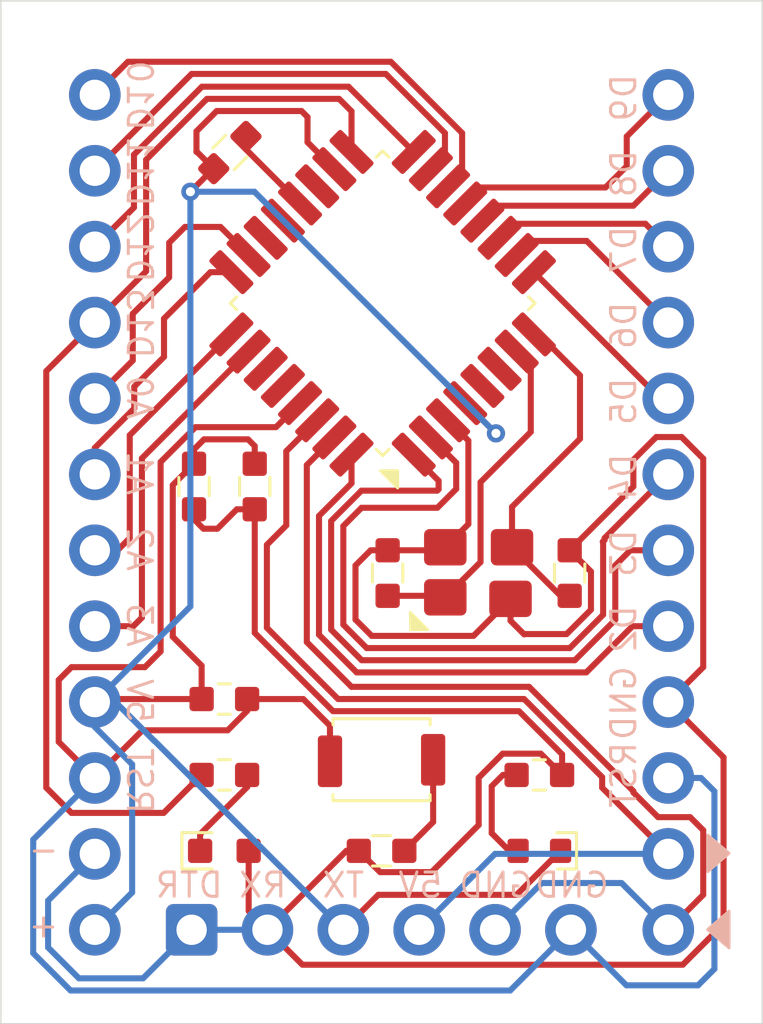
<source format=kicad_pcb>
(kicad_pcb (version 20241229) (generator "pcbnew") (generator_version "9.0")
  (layers (0 "F.Cu" signal) (2 "B.Cu" signal) (13 "F.Paste" user) (15 "B.Paste" user) (5 "F.SilkS" user "F.Silkscreen") (7 "B.SilkS" user "B.Silkscreen") (1 "F.Mask" user) (3 "B.Mask" user) (25 "Edge.Cuts" user))
  (net 0 "")
  (net 1 "GND")
  (net 2 "Net-(U1-XTAL2{slash}PB7)")
  (net 3 "Net-(U1-XTAL1{slash}PB6)")
  (net 4 "Net-(U1-AREF)")
  (net 5 "RAW")
  (net 6 "Net-(C4-Pad2)")
  (net 7 "Net-(D1-Pad1)")
  (net 8 "Net-(D2-Pad2)")
  (net 9 "D3")
  (net 10 "D6")
  (net 11 "D4")
  (net 12 "RXI")
  (net 13 "D7")
  (net 14 "D8")
  (net 15 "DTR")
  (net 16 "D9")
  (net 17 "TXO")
  (net 18 "D2")
  (net 19 "D5")
  (net 20 "MISO")
  (net 21 "MOSI")
  (net 22 "A3")
  (net 23 "SCK")
  (net 24 "D10")
  (net 25 "A1")
  (net 26 "A0")
  (net 27 "A2")
  (footprint "maburnet:J1 THT" (layer "F.Cu") (at 148.07 87)
    (property "Reference" "J1" (hide yes))
    (property "Value" "~" (hide yes))
    (fp_poly (pts (xy 1.3 10.631069) (xy 1.3 11.831069) (xy 2 11.231069)) (stroke (width 0.1)) (fill yes) (layer "B.SilkS"))
    (fp_poly (pts (xy 2 14.342048) (xy 2 13.142048) (xy 1.3 13.742048)) (stroke (width 0.1)) (fill yes) (layer "B.SilkS"))
    (fp_text user "D5" (at -1 -4.5 90) (layer "B.SilkS") (effects (font (size 0.8 0.8) (thickness 0.1)) (justify left bottom mirror)))
    (fp_text user "D3" (at -1 0.5 90) (layer "B.SilkS") (effects (font (size 0.8 0.8) (thickness 0.1)) (justify left bottom mirror)))
    (fp_text user "D8" (at -1 -12 90) (layer "B.SilkS") (effects (font (size 0.8 0.8) (thickness 0.1)) (justify left bottom mirror)))
    (fp_text user "GND" (at -1 5 90) (layer "B.SilkS") (effects (font (size 0.8 0.8) (thickness 0.1)) (justify left bottom mirror)))
    (fp_text user "D6" (at -1 -7 90) (layer "B.SilkS") (effects (font (size 0.8 0.8) (thickness 0.1)) (justify left bottom mirror)))
    (fp_text user "RST" (at -1 7.5 90) (layer "B.SilkS") (effects (font (size 0.8 0.8) (thickness 0.1)) (justify left bottom mirror)))
    (fp_text user "D2" (at -1 3 90) (layer "B.SilkS") (effects (font (size 0.8 0.8) (thickness 0.1)) (justify left bottom mirror)))
    (fp_text user "D9" (at -1 -14.5 90) (layer "B.SilkS") (effects (font (size 0.8 0.8) (thickness 0.1)) (justify left bottom mirror)))
    (fp_text user "D4" (at -1 -2 90) (layer "B.SilkS") (effects (font (size 0.8 0.8) (thickness 0.1)) (justify left bottom mirror)))
    (fp_text user "D7" (at -1 -9.5 90) (layer "B.SilkS") (effects (font (size 0.8 0.8) (thickness 0.1)) (justify left bottom mirror)))
    (pad "1" thru_hole circle (at 0 -13.75) (size 1.7 1.7) (drill 1) (layers "*.Cu" "*.Mask") (net 16 "D9"))
    (pad "2" thru_hole circle (at 0 -11.25) (size 1.7 1.7) (drill 1) (layers "*.Cu" "*.Mask") (net 14 "D8"))
    (pad "3" thru_hole circle (at 0 -8.75) (size 1.7 1.7) (drill 1) (layers "*.Cu" "*.Mask") (net 13 "D7"))
    (pad "4" thru_hole circle (at 0 -6.25) (size 1.7 1.7) (drill 1) (layers "*.Cu" "*.Mask") (net 10 "D6"))
    (pad "5" thru_hole circle (at 0 -3.75) (size 1.7 1.7) (drill 1) (layers "*.Cu" "*.Mask") (net 19 "D5"))
    (pad "6" thru_hole circle (at 0 -1.25) (size 1.7 1.7) (drill 1) (layers "*.Cu" "*.Mask") (net 11 "D4"))
    (pad "7" thru_hole circle (at 0 1.25) (size 1.7 1.7) (drill 1) (layers "*.Cu" "*.Mask") (net 9 "D3"))
    (pad "8" thru_hole circle (at 0 3.75) (size 1.7 1.7) (drill 1) (layers "*.Cu" "*.Mask") (net 18 "D2"))
    (pad "9" thru_hole circle (at 0 6.25) (size 1.7 1.7) (drill 1) (layers "*.Cu" "*.Mask") (net 1 "GND"))
    (pad "10" thru_hole circle (at 0 8.75) (size 1.7 1.7) (drill 1) (layers "*.Cu" "*.Mask") (net 15 "DTR"))
    (pad "11" thru_hole circle (at 0 11.25) (size 1.7 1.7) (drill 1) (layers "*.Cu" "*.Mask") (net 12 "RXI"))
    (pad "12" thru_hole circle (at 0 13.75) (size 1.7 1.7) (drill 1) (layers "*.Cu" "*.Mask") (net 17 "TXO"))
  )
  (footprint "maburnet:J2 THT" (layer "F.Cu") (at 129.17 87)
    (property "Reference" "J2" (hide yes))
    (property "Value" "~" (hide yes))
    (fp_text user "D10" (at 1 -12.5 270) (layer "B.SilkS") (effects (font (size 0.8 0.8) (thickness 0.1)) (justify left bottom mirror)))
    (fp_text user "D13" (at 1 -5 270) (layer "B.SilkS") (effects (font (size 0.8 0.8) (thickness 0.1)) (justify left bottom mirror)))
    (fp_text user "A0" (at 1 -3 270) (layer "B.SilkS") (effects (font (size 0.8 0.8) (thickness 0.1)) (justify left bottom mirror)))
    (fp_text user "-" (at -2.25 10.75 180) (layer "B.SilkS") (effects (font (size 0.8 0.8) (thickness 0.1)) (justify left bottom mirror)))
    (fp_text user "+" (at -2.25 13.25 180) (layer "B.SilkS") (effects (font (size 0.8 0.8) (thickness 0.1)) (justify left bottom mirror)))
    (fp_text user "A1" (at 1 -0.5 270) (layer "B.SilkS") (effects (font (size 0.8 0.8) (thickness 0.1)) (justify left bottom mirror)))
    (fp_text user "RST" (at 1 10 270) (layer "B.SilkS") (effects (font (size 0.8 0.8) (thickness 0.1)) (justify left bottom mirror)))
    (fp_text user "5V" (at 1 7 270) (layer "B.SilkS") (effects (font (size 0.8 0.8) (thickness 0.1)) (justify left bottom mirror)))
    (fp_text user "D12" (at 1 -7.5 270) (layer "B.SilkS") (effects (font (size 0.8 0.8) (thickness 0.1)) (justify left bottom mirror)))
    (fp_text user "D11" (at 1 -10 270) (layer "B.SilkS") (effects (font (size 0.8 0.8) (thickness 0.1)) (justify left bottom mirror)))
    (fp_text user "A2" (at 1 2 270) (layer "B.SilkS") (effects (font (size 0.8 0.8) (thickness 0.1)) (justify left bottom mirror)))
    (pad "1" thru_hole circle (at 0 13.75) (size 1.7 1.7) (drill 1) (layers "*.Cu" "*.Mask") (net 5 "RAW"))
    (pad "2" thru_hole circle (at 0 11.25) (size 1.7 1.7) (drill 1) (layers "*.Cu" "*.Mask") (net 1 "GND"))
    (pad "3" thru_hole circle (at 0 8.75) (size 1.7 1.7) (drill 1) (layers "*.Cu" "*.Mask") (net 15 "DTR"))
    (pad "4" thru_hole circle (at 0 6.25) (size 1.7 1.7) (drill 1) (layers "*.Cu" "*.Mask") (net 5 "RAW"))
    (pad "5" thru_hole circle (at 0 3.75) (size 1.7 1.7) (drill 1) (layers "*.Cu" "*.Mask") (net 22 "A3"))
    (pad "6" thru_hole circle (at 0 1.25) (size 1.7 1.7) (drill 1) (layers "*.Cu" "*.Mask") (net 27 "A2"))
    (pad "7" thru_hole circle (at 0 -1.25) (size 1.7 1.7) (drill 1) (layers "*.Cu" "*.Mask") (net 25 "A1"))
    (pad "8" thru_hole circle (at 0 -3.75) (size 1.7 1.7) (drill 1) (layers "*.Cu" "*.Mask") (net 26 "A0"))
    (pad "9" thru_hole circle (at 0 -6.25) (size 1.7 1.7) (drill 1) (layers "*.Cu" "*.Mask") (net 23 "SCK"))
    (pad "10" thru_hole circle (at 0 -8.75) (size 1.7 1.7) (drill 1) (layers "*.Cu" "*.Mask") (net 20 "MISO"))
    (pad "11" thru_hole circle (at 0 -11.25) (size 1.7 1.7) (drill 1) (layers "*.Cu" "*.Mask") (net 21 "MOSI"))
    (pad "12" thru_hole circle (at 0 -13.75) (size 1.7 1.7) (drill 1) (layers "*.Cu" "*.Mask") (net 24 "D10"))
  )
  (footprint "maburnet:LED Green SMD" (layer "F.Cu") (at 133.44 98.15)
    (property "Reference" "D1" (hide yes))
    (property "Value" "Green" (hide yes))
    (fp_line (start -1.4 -0.6) (end -0.4 -0.6) (stroke (width 0.1)) (layer "F.SilkS"))
    (fp_line (start -1.4 0.6) (end -1.4 -0.6) (stroke (width 0.1)) (layer "F.SilkS"))
    (fp_line (start -0.4 0.6) (end -1.4 0.6) (stroke (width 0.1)) (layer "F.SilkS"))
    (pad "1" smd roundrect (at -0.8 0) (size 0.8 0.8) (layers "F.Cu" "F.Mask" "F.Paste") (roundrect_rratio 0.15) (net 7 "Net-(D1-Pad1)"))
    (pad "2" smd roundrect (at 0.8 0) (size 0.8 0.8) (layers "F.Cu" "F.Mask" "F.Paste") (roundrect_rratio 0.15) (net 1 "GND"))
  )
  (footprint "maburnet:R SMD" (layer "F.Cu") (at 143.82 95.65)
    (property "Reference" "R2" (hide yes))
    (property "Value" "10K" (hide yes))
    (fp_line (start -0.2 -0.5) (end 0.2 -0.5) (stroke (width 0.1)) (layer "F.SilkS"))
    (fp_line (start -0.2 0.5) (end 0.2 0.5) (stroke (width 0.1)) (layer "F.SilkS"))
    (pad "1" smd roundrect (at -0.75 0) (size 0.8 0.8) (layers "F.Cu" "F.Mask" "F.Paste") (roundrect_rratio 0.15) (net 8 "Net-(D2-Pad2)"))
    (pad "2" smd roundrect (at 0.75 0) (size 0.8 0.8) (layers "F.Cu" "F.Mask" "F.Paste") (roundrect_rratio 0.15) (net 1 "GND"))
  )
  (footprint "maburnet:C SMD" (layer "F.Cu") (at 134.44 86.15 -90)
    (property "Reference" "C7" (hide yes))
    (property "Value" "100nF" (hide yes))
    (fp_line (start -0.3 0.5) (end 0.3 0.5) (stroke (width 0.1)) (layer "F.SilkS"))
    (fp_line (start -0.3 -0.5) (end 0.3 -0.5) (stroke (width 0.1)) (layer "F.SilkS"))
    (pad "1" smd roundrect (at -0.75 0 270) (size 0.8 0.8) (layers "F.Cu" "F.Mask" "F.Paste") (roundrect_rratio 0.15) (net 5 "RAW"))
    (pad "2" smd roundrect (at 0.75 0 270) (size 0.8 0.8) (layers "F.Cu" "F.Mask" "F.Paste") (roundrect_rratio 0.15) (net 1 "GND"))
  )
  (footprint "maburnet:C SMD" (layer "F.Cu") (at 133.62 75.15 45)
    (property "Reference" "C3" (hide yes))
    (property "Value" "100nF" (hide yes))
    (fp_line (start -0.3 -0.499999) (end 0.3 -0.499999) (stroke (width 0.1)) (layer "F.SilkS"))
    (fp_line (start -0.3 0.499999) (end 0.3 0.499999) (stroke (width 0.1)) (layer "F.SilkS"))
    (pad "1" smd roundrect (at -0.75 0 45) (size 0.8 0.8) (layers "F.Cu" "F.Mask" "F.Paste") (roundrect_rratio 0.15) (net 5 "RAW"))
    (pad "2" smd roundrect (at 0.75 0 45) (size 0.8 0.8) (layers "F.Cu" "F.Mask" "F.Paste") (roundrect_rratio 0.15) (net 4 "Net-(U1-AREF)"))
  )
  (footprint "maburnet:C SMD" (layer "F.Cu") (at 144.82 89 90)
    (property "Reference" "C1" (hide yes))
    (property "Value" "12pF" (hide yes))
    (fp_line (start -0.3 -0.5) (end 0.3 -0.5) (stroke (width 0.1)) (layer "F.SilkS"))
    (fp_line (start -0.3 0.5) (end 0.3 0.5) (stroke (width 0.1)) (layer "F.SilkS"))
    (pad "1" smd roundrect (at -0.75 0 90) (size 0.8 0.8) (layers "F.Cu" "F.Mask" "F.Paste") (roundrect_rratio 0.15) (net 2 "Net-(U1-XTAL2{slash}PB7)"))
    (pad "2" smd roundrect (at 0.75 0 90) (size 0.8 0.8) (layers "F.Cu" "F.Mask" "F.Paste") (roundrect_rratio 0.15) (net 1 "GND"))
  )
  (footprint "maburnet:LED Red SMD" (layer "F.Cu") (at 143.82 98.15)
    (property "Reference" "D2" (hide yes))
    (property "Value" "Red" (hide yes))
    (fp_line (start 0.575 -0.6) (end 1.225 -0.6) (stroke (width 0.1)) (layer "F.SilkS"))
    (fp_line (start 1.225 -0.6) (end 1.225 0.6) (stroke (width 0.1)) (layer "F.SilkS"))
    (fp_line (start 1.225 0.6) (end 0.6 0.6) (stroke (width 0.1)) (layer "F.SilkS"))
    (pad "1" smd roundrect (at 0.7 0) (size 0.7 0.8) (layers "F.Cu" "F.Mask" "F.Paste") (roundrect_rratio 0.15) (net 5 "RAW"))
    (pad "2" smd roundrect (at -0.7 0) (size 0.7 0.8) (layers "F.Cu" "F.Mask" "F.Paste") (roundrect_rratio 0.15) (net 8 "Net-(D2-Pad2)"))
  )
  (footprint "maburnet:C SMD" (layer "F.Cu") (at 138.82 89 90)
    (property "Reference" "C2" (hide yes))
    (property "Value" "12pF" (hide yes))
    (fp_line (start -0.3 -0.5) (end 0.3 -0.5) (stroke (width 0.1)) (layer "F.SilkS"))
    (fp_line (start -0.3 0.5) (end 0.3 0.5) (stroke (width 0.1)) (layer "F.SilkS"))
    (pad "1" smd roundrect (at -0.75 0 90) (size 0.8 0.8) (layers "F.Cu" "F.Mask" "F.Paste") (roundrect_rratio 0.15) (net 3 "Net-(U1-XTAL1{slash}PB6)"))
    (pad "2" smd roundrect (at 0.75 0 90) (size 0.8 0.8) (layers "F.Cu" "F.Mask" "F.Paste") (roundrect_rratio 0.15) (net 1 "GND"))
  )
  (footprint "maburnet:C SMD" (layer "F.Cu") (at 132.44 86.15 -90)
    (property "Reference" "C6" (hide yes))
    (property "Value" "1uF" (hide yes))
    (fp_line (start -0.3 0.5) (end 0.3 0.5) (stroke (width 0.1)) (layer "F.SilkS"))
    (fp_line (start -0.3 -0.5) (end 0.3 -0.5) (stroke (width 0.1)) (layer "F.SilkS"))
    (pad "1" smd roundrect (at -0.75 0 270) (size 0.8 0.8) (layers "F.Cu" "F.Mask" "F.Paste") (roundrect_rratio 0.15) (net 5 "RAW"))
    (pad "2" smd roundrect (at 0.75 0 270) (size 0.8 0.8) (layers "F.Cu" "F.Mask" "F.Paste") (roundrect_rratio 0.15) (net 1 "GND"))
  )
  (footprint "maburnet:Switch SMD" (layer "F.Cu") (at 138.62 95.15 180)
    (property "Reference" "SW1" (hide yes))
    (property "Value" "SW_Push" (hide yes))
    (fp_line (start 1.6 1.35) (end 1.6 1.15) (stroke (width 0.1)) (layer "F.SilkS"))
    (fp_line (start 1.6 -1.35) (end 1.6 -1.15) (stroke (width 0.1)) (layer "F.SilkS"))
    (fp_line (start -1.6 1.35) (end 1.6 1.35) (stroke (width 0.1)) (layer "F.SilkS"))
    (fp_line (start -1.6 1.15) (end -1.6 1.35) (stroke (width 0.1)) (layer "F.SilkS"))
    (fp_line (start -1.6 -1.15) (end -1.6 -1.35) (stroke (width 0.1)) (layer "F.SilkS"))
    (fp_line (start -1.6 -1.35) (end 1.6 -1.35) (stroke (width 0.1)) (layer "F.SilkS"))
    (pad "1" smd roundrect (at -1.7 0 180) (size 0.8 1.7) (layers "F.Cu" "F.Mask" "F.Paste") (roundrect_rratio 0.15) (net 6 "Net-(C4-Pad2)"))
    (pad "2" smd roundrect (at 1.7 -0.05 180) (size 0.8 1.7) (layers "F.Cu" "F.Mask" "F.Paste") (roundrect_rratio 0.15) (net 15 "DTR"))
  )
  (footprint "maburnet:J3 THT" (layer "F.Cu") (at 138.61 100.75)
    (property "Reference" "J3" (hide yes))
    (property "Value" "~" (hide yes))
    (fp_text user "GND" (at 2.5 -1 0) (layer "B.SilkS") (effects (font (size 0.8 0.8) (thickness 0.1)) (justify right bottom mirror)))
    (fp_text user "RX" (at -4.75 -1 0) (layer "B.SilkS") (effects (font (size 0.8 0.8) (thickness 0.1)) (justify right bottom mirror)))
    (fp_text user "TX" (at -2 -1 0) (layer "B.SilkS") (effects (font (size 0.8 0.8) (thickness 0.1)) (justify right bottom mirror)))
    (fp_text user "DTR" (at -7.5 -1 0) (layer "B.SilkS") (effects (font (size 0.8 0.8) (thickness 0.1)) (justify right bottom mirror)))
    (fp_text user "5V" (at 0.5 -1 0) (layer "B.SilkS") (effects (font (size 0.8 0.8) (thickness 0.1)) (justify right bottom mirror)))
    (fp_text user "GND" (at 5 -1 0) (layer "B.SilkS") (effects (font (size 0.8 0.8) (thickness 0.1)) (justify right bottom mirror)))
    (pad "1" thru_hole circle (at 6.25 0 90) (size 1.7 1.7) (drill 1) (layers "*.Cu" "*.Mask") (net 15 "DTR"))
    (pad "2" thru_hole circle (at 3.75 0 90) (size 1.7 1.7) (drill 1) (layers "*.Cu" "*.Mask") (net 17 "TXO"))
    (pad "3" thru_hole circle (at 1.25 0 90) (size 1.7 1.7) (drill 1) (layers "*.Cu" "*.Mask") (net 12 "RXI"))
    (pad "4" thru_hole circle (at -1.25 0 90) (size 1.7 1.7) (drill 1) (layers "*.Cu" "*.Mask") (net 5 "RAW"))
    (pad "5" thru_hole circle (at -3.75 0 90) (size 1.7 1.7) (drill 1) (layers "*.Cu" "*.Mask") (net 1 "GND"))
    (pad "6" thru_hole roundrect (at -6.25 0 90) (size 1.7 1.7) (drill 1) (layers "*.Cu" "*.Mask") (roundrect_rratio 0.1470588235) (net 1 "GND"))
  )
  (footprint "maburnet:R SMD" (layer "F.Cu") (at 133.44 93.15)
    (property "Reference" "R3" (hide yes))
    (property "Value" "~" (hide yes))
    (fp_line (start -0.2 -0.5) (end 0.2 -0.5) (stroke (width 0.1)) (layer "F.SilkS"))
    (fp_line (start -0.2 0.5) (end 0.2 0.5) (stroke (width 0.1)) (layer "F.SilkS"))
    (pad "1" smd roundrect (at -0.75 0) (size 0.8 0.8) (layers "F.Cu" "F.Mask" "F.Paste") (roundrect_rratio 0.15) (net 5 "RAW"))
    (pad "2" smd roundrect (at 0.75 0) (size 0.8 0.8) (layers "F.Cu" "F.Mask" "F.Paste") (roundrect_rratio 0.15) (net 15 "DTR"))
  )
  (footprint "maburnet:C SMD" (layer "F.Cu") (at 138.62 98.15)
    (property "Reference" "C4" (hide yes))
    (property "Value" "100nf" (hide yes))
    (fp_line (start -0.3 -0.5) (end 0.3 -0.5) (stroke (width 0.1)) (layer "F.SilkS"))
    (fp_line (start -0.3 0.5) (end 0.3 0.5) (stroke (width 0.1)) (layer "F.SilkS"))
    (pad "1" smd roundrect (at -0.75 0) (size 0.8 0.8) (layers "F.Cu" "F.Mask" "F.Paste") (roundrect_rratio 0.15) (net 1 "GND"))
    (pad "2" smd roundrect (at 0.75 0) (size 0.8 0.8) (layers "F.Cu" "F.Mask" "F.Paste") (roundrect_rratio 0.15) (net 6 "Net-(C4-Pad2)"))
  )
  (footprint "maburnet:ATMEGA328P-AU" (layer "F.Cu") (at 138.62 80.15 135)
    (property "Reference" "U1" (hide yes))
    (property "Value" "~" (hide yes))
    (fp_line (start 3.55 -3.5) (end 3.55 -3.2) (stroke (width 0.1)) (layer "F.SilkS"))
    (fp_line (start 3.25 -3.5) (end 3.55 -3.5) (stroke (width 0.1)) (layer "F.SilkS"))
    (fp_line (start 3.55 3.299999) (end 3.55 3.599999) (stroke (width 0.1)) (layer "F.SilkS"))
    (fp_line (start -3.25 -3.5) (end -3.55 -3.5) (stroke (width 0.1)) (layer "F.SilkS"))
    (fp_line (start 3.55 3.599999) (end 3.25 3.599999) (stroke (width 0.1)) (layer "F.SilkS"))
    (fp_line (start -3.55 -3.5) (end -3.55 -3.2) (stroke (width 0.1)) (layer "F.SilkS"))
    (fp_line (start -3.25 3.599999) (end -3.55 3.599999) (stroke (width 0.1)) (layer "F.SilkS"))
    (fp_line (start -3.55 3.599999) (end -3.55 3.299999) (stroke (width 0.1)) (layer "F.SilkS"))
    (fp_poly (pts (xy -3.850001 -3.9) (xy -4.65 -3.9) (xy -4.25 -3.5)) (stroke (width 0.1)) (fill yes) (layer "F.SilkS"))
    (pad "1" smd roundrect (at -4.25 -2.75 225) (size 0.55 1.6) (layers "F.Cu" "F.Mask" "F.Paste") (roundrect_rratio 0.15) (net 9 "D3"))
    (pad "2" smd roundrect (at -4.25 -1.95 225) (size 0.55 1.6) (layers "F.Cu" "F.Mask" "F.Paste") (roundrect_rratio 0.15) (net 11 "D4"))
    (pad "3" smd roundrect (at -4.25 -1.15 225) (size 0.55 1.6) (layers "F.Cu" "F.Mask" "F.Paste") (roundrect_rratio 0.15) (net 1 "GND"))
    (pad "4" smd roundrect (at -4.25 -0.35 225) (size 0.55 1.6) (layers "F.Cu" "F.Mask" "F.Paste") (roundrect_rratio 0.15) (net 5 "RAW"))
    (pad "5" smd roundrect (at -4.25 0.45 225) (size 0.55 1.6) (layers "F.Cu" "F.Mask" "F.Paste") (roundrect_rratio 0.15))
    (pad "6" smd roundrect (at -4.25 1.25 225) (size 0.55 1.6) (layers "F.Cu" "F.Mask" "F.Paste") (roundrect_rratio 0.15))
    (pad "7" smd roundrect (at -4.25 2.05 225) (size 0.55 1.6) (layers "F.Cu" "F.Mask" "F.Paste") (roundrect_rratio 0.15) (net 3 "Net-(U1-XTAL1{slash}PB6)"))
    (pad "8" smd roundrect (at -4.25 2.85 225) (size 0.55 1.6) (layers "F.Cu" "F.Mask" "F.Paste") (roundrect_rratio 0.15) (net 2 "Net-(U1-XTAL2{slash}PB7)"))
    (pad "9" smd roundrect (at -2.8 4.3 315) (size 0.55 1.6) (layers "F.Cu" "F.Mask" "F.Paste") (roundrect_rratio 0.15) (net 19 "D5"))
    (pad "10" smd roundrect (at -2 4.3 315) (size 0.55 1.6) (layers "F.Cu" "F.Mask" "F.Paste") (roundrect_rratio 0.15) (net 10 "D6"))
    (pad "11" smd roundrect (at -1.2 4.3 315) (size 0.55 1.6) (layers "F.Cu" "F.Mask" "F.Paste") (roundrect_rratio 0.15) (net 13 "D7"))
    (pad "12" smd roundrect (at -0.4 4.3 315) (size 0.55 1.6) (layers "F.Cu" "F.Mask" "F.Paste") (roundrect_rratio 0.15) (net 14 "D8"))
    (pad "13" smd roundrect (at 0.4 4.3 315) (size 0.55 1.6) (layers "F.Cu" "F.Mask" "F.Paste") (roundrect_rratio 0.15) (net 16 "D9"))
    (pad "14" smd roundrect (at 1.2 4.3 315) (size 0.55 1.6) (layers "F.Cu" "F.Mask" "F.Paste") (roundrect_rratio 0.15) (net 24 "D10"))
    (pad "15" smd roundrect (at 2 4.3 315) (size 0.55 1.6) (layers "F.Cu" "F.Mask" "F.Paste") (roundrect_rratio 0.15) (net 21 "MOSI"))
    (pad "16" smd roundrect (at 2.8 4.3 315) (size 0.55 1.6) (layers "F.Cu" "F.Mask" "F.Paste") (roundrect_rratio 0.15) (net 20 "MISO"))
    (pad "17" smd roundrect (at 4.25 2.85 45) (size 0.55 1.6) (layers "F.Cu" "F.Mask" "F.Paste") (roundrect_rratio 0.15) (net 23 "SCK"))
    (pad "18" smd roundrect (at 4.25 2.05 45) (size 0.55 1.6) (layers "F.Cu" "F.Mask" "F.Paste") (roundrect_rratio 0.15) (net 5 "RAW"))
    (pad "19" smd roundrect (at 4.25 1.25 45) (size 0.55 1.6) (layers "F.Cu" "F.Mask" "F.Paste") (roundrect_rratio 0.15))
    (pad "20" smd roundrect (at 4.25 0.45 45) (size 0.55 1.6) (layers "F.Cu" "F.Mask" "F.Paste") (roundrect_rratio 0.15) (net 4 "Net-(U1-AREF)"))
    (pad "21" smd roundrect (at 4.25 -0.35 45) (size 0.55 1.6) (layers "F.Cu" "F.Mask" "F.Paste") (roundrect_rratio 0.15))
    (pad "22" smd roundrect (at 4.25 -1.15 45) (size 0.55 1.6) (layers "F.Cu" "F.Mask" "F.Paste") (roundrect_rratio 0.15))
    (pad "23" smd roundrect (at 4.25 -1.95 45) (size 0.55 1.6) (layers "F.Cu" "F.Mask" "F.Paste") (roundrect_rratio 0.15) (net 26 "A0"))
    (pad "24" smd roundrect (at 4.25 -2.75 45) (size 0.55 1.6) (layers "F.Cu" "F.Mask" "F.Paste") (roundrect_rratio 0.15) (net 25 "A1"))
    (pad "25" smd roundrect (at 2.8 -4.199999 135) (size 0.55 1.6) (layers "F.Cu" "F.Mask" "F.Paste") (roundrect_rratio 0.15) (net 27 "A2"))
    (pad "26" smd roundrect (at 2 -4.2 135) (size 0.55 1.6) (layers "F.Cu" "F.Mask" "F.Paste") (roundrect_rratio 0.15) (net 22 "A3"))
    (pad "27" smd roundrect (at 1.200001 -4.2 135) (size 0.55 1.6) (layers "F.Cu" "F.Mask" "F.Paste") (roundrect_rratio 0.15))
    (pad "28" smd roundrect (at 0.4 -4.2 135) (size 0.55 1.6) (layers "F.Cu" "F.Mask" "F.Paste") (roundrect_rratio 0.15))
    (pad "29" smd roundrect (at -0.4 -4.2 135) (size 0.55 1.6) (layers "F.Cu" "F.Mask" "F.Paste") (roundrect_rratio 0.15) (net 15 "DTR"))
    (pad "30" smd roundrect (at -1.200001 -4.2 135) (size 0.55 1.6) (layers "F.Cu" "F.Mask" "F.Paste") (roundrect_rratio 0.15) (net 12 "RXI"))
    (pad "31" smd roundrect (at -2 -4.2 135) (size 0.55 1.6) (layers "F.Cu" "F.Mask" "F.Paste") (roundrect_rratio 0.15) (net 17 "TXO"))
    (pad "32" smd roundrect (at -2.8 -4.199999 135) (size 0.55 1.6) (layers "F.Cu" "F.Mask" "F.Paste") (roundrect_rratio 0.15) (net 18 "D2"))
  )
  (footprint "maburnet:Crystal SMD" (layer "F.Cu") (at 141.82 89)
    (property "Reference" "Y1" (hide yes))
    (property "Value" "" (hide yes))
    (fp_poly (pts (xy -1.684315 1.865683) (xy -2.234315 1.865683) (xy -2.25 1.299998)) (stroke (width 0.1)) (fill yes) (layer "F.SilkS"))
    (pad "1" smd roundrect (at -1.1 0.8) (size 1.4 1.2) (layers "F.Cu" "F.Mask" "F.Paste") (roundrect_rratio 0.15) (net 3 "Net-(U1-XTAL1{slash}PB6)"))
    (pad "2" smd roundrect (at 1.05 0.85) (size 1.4 1.2) (layers "F.Cu" "F.Mask" "F.Paste") (roundrect_rratio 0.15) (net 1 "GND"))
    (pad "3" smd roundrect (at 1.1 -0.85) (size 1.4 1.2) (layers "F.Cu" "F.Mask" "F.Paste") (roundrect_rratio 0.15) (net 2 "Net-(U1-XTAL2{slash}PB7)"))
    (pad "4" smd roundrect (at -1.1 -0.85) (size 1.4 1.2) (layers "F.Cu" "F.Mask" "F.Paste") (roundrect_rratio 0.15) (net 1 "GND"))
  )
  (footprint "maburnet:R SMD" (layer "F.Cu") (at 133.44 95.65)
    (property "Reference" "R1" (hide yes))
    (property "Value" "330" (hide yes))
    (fp_line (start -0.2 -0.5) (end 0.2 -0.5) (stroke (width 0.1)) (layer "F.SilkS"))
    (fp_line (start -0.2 0.5) (end 0.2 0.5) (stroke (width 0.1)) (layer "F.SilkS"))
    (pad "1" smd roundrect (at -0.75 0) (size 0.8 0.8) (layers "F.Cu" "F.Mask" "F.Paste") (roundrect_rratio 0.15) (net 23 "SCK"))
    (pad "2" smd roundrect (at 0.75 0) (size 0.8 0.8) (layers "F.Cu" "F.Mask" "F.Paste") (roundrect_rratio 0.15) (net 7 "Net-(D1-Pad1)"))
  )
  (gr_rect (start 126.07 70.15) (end 151.17 103.85) (stroke (width 0.05)) (fill no) (layer "Edge.Cuts"))
  (gr_text "A3" (at 130.17 91.5 270) (layer "B.SilkS") (effects (font (size 0.8 0.8) (thickness 0.1)) (justify left bottom mirror)))
  (segment (start 138.2971 91.07) (end 137.761 90.5339) (width 0.2) (layer "F.Cu") (net 1))
  (segment (start 149.221 85.232) (end 149.221 92.099) (width 0.2) (layer "F.Cu") (net 1))
  (segment (start 141.82 97.3) (end 141.82 95.741292) (width 0.2) (layer "F.Cu") (net 1))
  (segment (start 149.891 100.55676) (end 148.54676 101.901) (width 0.2) (layer "F.Cu") (net 1))
  (segment (start 142.87 90.57) (end 143.32 91.02) (width 0.2) (layer "F.Cu") (net 1))
  (segment (start 147.67224 84.52) (end 148.509 84.52) (width 0.2) (layer "F.Cu") (net 1))
  (segment (start 148.54676 101.901) (end 136.011 101.901) (width 0.2) (layer "F.Cu") (net 1))
  (segment (start 134.44 86.9) (end 134.44 90.97) (width 0.2) (layer "F.Cu") (net 1))
  (segment (start 134.86 100.75) (end 137.46 98.15) (width 0.2) (layer "F.Cu") (net 1))
  (segment (start 144.718708 91.01) (end 145.521 90.207708) (width 0.2) (layer "F.Cu") (net 1))
  (segment (start 137.761 88.75) (end 138.261 88.25) (width 0.2) (layer "F.Cu") (net 1))
  (segment (start 137.02 93.55) (end 143.15 93.55) (width 0.2) (layer "F.Cu") (net 1))
  (segment (start 149.221 92.099) (end 148.07 93.25) (width 0.2) (layer "F.Cu") (net 1))
  (segment (start 133.85 86.9) (end 134.44 86.9) (width 0.2) (layer "F.Cu") (net 1))
  (segment (start 137.87 98.15) (end 138.571 98.851) (width 0.2) (layer "F.Cu") (net 1))
  (segment (start 140.812031 83.968377) (end 141.481 84.637346) (width 0.2) (layer "F.Cu") (net 1))
  (segment (start 131.67 100.75) (end 132.36 100.75) (width 0.2) (layer "F.Cu") (net 1))
  (segment (start 141.65 91.07) (end 138.2971 91.07) (width 0.2) (layer "F.Cu") (net 1))
  (segment (start 140.269 98.851) (end 141.82 97.3) (width 0.2) (layer "F.Cu") (net 1))
  (segment (start 142.42 89.85) (end 142.87 89.85) (width 0.2) (layer "F.Cu") (net 1))
  (segment (start 140.72 88.15) (end 141.17 88.15) (width 0.2) (layer "F.Cu") (net 1))
  (segment (start 141.481 84.637346) (end 141.481 87.389) (width 0.2) (layer "F.Cu") (net 1))
  (segment (start 146.919 86.151) (end 146.919 85.27324) (width 0.2) (layer "F.Cu") (net 1))
  (segment (start 142.87 89.85) (end 141.65 91.07) (width 0.2) (layer "F.Cu") (net 1))
  (segment (start 144.82 88.25) (end 146.919 86.151) (width 0.2) (layer "F.Cu") (net 1))
  (segment (start 143.33 91.01) (end 144.718708 91.01) (width 0.2) (layer "F.Cu") (net 1))
  (segment (start 140.62 88.25) (end 140.72 88.15) (width 0.2) (layer "F.Cu") (net 1))
  (segment (start 145.521 88.951) (end 144.82 88.25) (width 0.2) (layer "F.Cu") (net 1))
  (segment (start 146.919 85.27324) (end 147.67224 84.52) (width 0.2) (layer "F.Cu") (net 1))
  (segment (start 142.612292 94.949) (end 143.869 94.949) (width 0.2) (layer "F.Cu") (net 1))
  (segment (start 138.571 98.851) (end 140.269 98.851) (width 0.2) (layer "F.Cu") (net 1))
  (segment (start 142.87 89.85) (end 142.87 90.57) (width 0.2) (layer "F.Cu") (net 1))
  (segment (start 143.15 93.55) (end 144.57 94.97) (width 0.2) (layer "F.Cu") (net 1))
  (segment (start 142.87 89.85) (end 143.22 89.85) (width 0.2) (layer "F.Cu") (net 1))
  (segment (start 132.44 87.23) (end 132.75 87.54) (width 0.2) (layer "F.Cu") (net 1))
  (segment (start 132.44 86.9) (end 132.44 87.23) (width 0.2) (layer "F.Cu") (net 1))
  (segment (start 132.75 87.54) (end 133.21 87.54) (width 0.2) (layer "F.Cu") (net 1))
  (segment (start 136.011 101.901) (end 134.86 100.75) (width 0.2) (layer "F.Cu") (net 1))
  (segment (start 144.57 94.97) (end 144.57 95.65) (width 0.2) (layer "F.Cu") (net 1))
  (segment (start 141.481 87.389) (end 140.72 88.15) (width 0.2) (layer "F.Cu") (net 1))
  (segment (start 145.521 90.207708) (end 145.521 88.951) (width 0.2) (layer "F.Cu") (net 1))
  (segment (start 137.46 98.15) (end 137.87 98.15) (width 0.2) (layer "F.Cu") (net 1))
  (segment (start 143.869 94.949) (end 144.57 95.65) (width 0.2) (layer "F.Cu") (net 1))
  (segment (start 149.891 95.071) (end 149.891 100.55676) (width 0.2) (layer "F.Cu") (net 1))
  (segment (start 138.82 88.25) (end 140.62 88.25) (width 0.2) (layer "F.Cu") (net 1))
  (segment (start 148.07 93.25) (end 149.891 95.071) (width 0.2) (layer "F.Cu") (net 1))
  (segment (start 133.21 87.54) (end 133.85 86.9) (width 0.2) (layer "F.Cu") (net 1))
  (segment (start 134.44 90.97) (end 137.02 93.55) (width 0.2) (layer "F.Cu") (net 1))
  (segment (start 134.44 87.19) (end 134.44 86.9) (width 0.2) (layer "F.Cu") (net 1))
  (segment (start 138.261 88.25) (end 138.82 88.25) (width 0.2) (layer "F.Cu") (net 1))
  (segment (start 137.761 90.5339) (end 137.761 88.75) (width 0.2) (layer "F.Cu") (net 1))
  (segment (start 138.92 88.15) (end 138.82 88.25) (width 0.2) (layer "F.Cu") (net 1))
  (segment (start 143.32 91.02) (end 143.33 91.01) (width 0.2) (layer "F.Cu") (net 1))
  (segment (start 141.82 95.741292) (end 142.612292 94.949) (width 0.2) (layer "F.Cu") (net 1))
  (segment (start 134.24 100.13) (end 134.86 100.75) (width 0.2) (layer "F.Cu") (net 1))
  (segment (start 148.509 84.52) (end 149.221 85.232) (width 0.2) (layer "F.Cu") (net 1))
  (segment (start 134.24 98.15) (end 134.24 100.13) (width 0.2) (layer "F.Cu") (net 1))
  (segment (start 127.63 101.3329) (end 128.6461 102.349) (width 0.2) (layer "B.Cu") (net 1))
  (segment (start 129.17 98.25) (end 127.63 99.79) (width 0.2) (layer "B.Cu") (net 1))
  (segment (start 134.96 100.65) (end 134.86 100.75) (width 0.2) (layer "B.Cu") (net 1))
  (segment (start 131.67 100.75) (end 132.36 100.75) (width 0.2) (layer "B.Cu") (net 1))
  (segment (start 132.36 100.75) (end 134.86 100.75) (width 0.2) (layer "B.Cu") (net 1))
  (segment (start 130.761 102.349) (end 132.36 100.75) (width 0.2) (layer "B.Cu") (net 1))
  (segment (start 128.6461 102.349) (end 130.761 102.349) (width 0.2) (layer "B.Cu") (net 1))
  (segment (start 127.63 99.79) (end 127.63 101.3329) (width 0.2) (layer "B.Cu") (net 1))
  (segment (start 142.92 88.15) (end 144.52 89.75) (width 0.2) (layer "F.Cu") (net 2))
  (segment (start 145.16 82.49) (end 145.16 84.58) (width 0.2) (layer "F.Cu") (net 2))
  (segment (start 145.16 84.58) (end 142.92 86.82) (width 0.2) (layer "F.Cu") (net 2))
  (segment (start 143.640458 81.139949) (end 143.809949 81.139949) (width 0.2) (layer "F.Cu") (net 2))
  (segment (start 144.52 89.75) (end 144.82 89.75) (width 0.2) (layer "F.Cu") (net 2))
  (segment (start 142.92 86.82) (end 142.92 88.15) (width 0.2) (layer "F.Cu") (net 2))
  (segment (start 143.809949 81.139949) (end 145.16 82.49) (width 0.2) (layer "F.Cu") (net 2))
  (segment (start 138.82 89.75) (end 140.67 89.75) (width 0.2) (layer "F.Cu") (net 3))
  (segment (start 140.67 89.75) (end 140.72 89.8) (width 0.2) (layer "F.Cu") (net 3))
  (segment (start 143.53767 84.35233) (end 141.882 86.008) (width 0.2) (layer "F.Cu") (net 3))
  (segment (start 143.074773 81.705635) (end 143.53767 82.168532) (width 0.2) (layer "F.Cu") (net 3))
  (segment (start 143.53767 82.168532) (end 143.53767 84.35233) (width 0.2) (layer "F.Cu") (net 3))
  (segment (start 141.882 88.638) (end 140.72 89.8) (width 0.2) (layer "F.Cu") (net 3))
  (segment (start 141.882 86.008) (end 141.882 88.638) (width 0.2) (layer "F.Cu") (net 3))
  (segment (start 135.932994 76.826598) (end 134.15033 75.043934) (width 0.2) (layer "F.Cu") (net 4))
  (segment (start 134.15033 75.043934) (end 134.15033 74.61967) (width 0.2) (layer "F.Cu") (net 4))
  (segment (start 132.52 75.13) (end 132.52 74.45) (width 0.2) (layer "F.Cu") (net 5))
  (segment (start 132.52 74.45) (end 133.188 73.782) (width 0.2) (layer "F.Cu") (net 5))
  (segment (start 132.69 92.05) (end 132.69 93.15) (width 0.2) (layer "F.Cu") (net 5))
  (segment (start 143.071 99.599) (end 138.511 99.599) (width 0.2) (layer "F.Cu") (net 5))
  (segment (start 132.77 84.595685) (end 132.44 84.925685) (width 0.2) (layer "F.Cu") (net 5))
  (segment (start 131.739 91.099) (end 132.69 92.05) (width 0.2) (layer "F.Cu") (net 5))
  (segment (start 141.377716 83.402691) (end 141.392691 83.402691) (width 0.2) (layer "F.Cu") (net 5))
  (segment (start 144.52 98.15) (end 143.071 99.599) (width 0.2) (layer "F.Cu") (net 5))
  (segment (start 134.44 84.815685) (end 134.22 84.595685) (width 0.2) (layer "F.Cu") (net 5))
  (segment (start 138.511 99.599) (end 137.36 100.75) (width 0.2) (layer "F.Cu") (net 5))
  (segment (start 132.44 85.4) (end 131.739 86.101) (width 0.2) (layer "F.Cu") (net 5))
  (segment (start 132.53934 75.13) (end 132.52 75.13) (width 0.2) (layer "F.Cu") (net 5))
  (segment (start 133.07967 75.68033) (end 132.32 76.44) (width 0.2) (layer "F.Cu") (net 5))
  (segment (start 135.982 73.782) (end 136.18 73.98) (width 0.2) (layer "F.Cu") (net 5))
  (segment (start 131.739 86.101) (end 131.739 91.099) (width 0.2) (layer "F.Cu") (net 5))
  (segment (start 132.69 93.15) (end 129.27 93.15) (width 0.2) (layer "F.Cu") (net 5))
  (segment (start 141.392691 83.402691) (end 142.39 84.4) (width 0.2) (layer "F.Cu") (net 5))
  (segment (start 133.08967 75.68033) (end 132.53934 75.13) (width 0.2) (layer "F.Cu") (net 5))
  (segment (start 133.08967 75.68033) (end 133.07967 75.68033) (width 0.2) (layer "F.Cu") (net 5))
  (segment (start 134.44 85.4) (end 134.44 84.815685) (width 0.2) (layer "F.Cu") (net 5))
  (segment (start 136.18 73.98) (end 136.18 74.810862) (width 0.2) (layer "F.Cu") (net 5))
  (segment (start 129.27 93.15) (end 129.17 93.25) (width 0.2) (layer "F.Cu") (net 5))
  (segment (start 136.18 74.810862) (end 137.064365 75.695227) (width 0.2) (layer "F.Cu") (net 5))
  (segment (start 132.44 84.925685) (end 132.44 85.4) (width 0.2) (layer "F.Cu") (net 5))
  (segment (start 134.22 84.595685) (end 132.77 84.595685) (width 0.2) (layer "F.Cu") (net 5))
  (segment (start 133.188 73.782) (end 135.982 73.782) (width 0.2) (layer "F.Cu") (net 5))
  (via (at 132.32 76.44) (size 0.6) (drill 0.3) (layers "F.Cu" "B.Cu") (net 5))
  (via (at 142.39 84.4) (size 0.6) (drill 0.3) (layers "F.Cu" "B.Cu") (net 5))
  (segment (start 132.32 76.44) (end 134.43 76.44) (width 0.2) (layer "B.Cu") (net 5))
  (segment (start 132.32 90.1) (end 129.17 93.25) (width 0.2) (layer "B.Cu") (net 5))
  (segment (start 131.14 94.53) (end 131.13 94.53) (width 0.2) (layer "B.Cu") (net 5))
  (segment (start 132.32 76.44) (end 132.32 90.1) (width 0.2) (layer "B.Cu") (net 5))
  (segment (start 129.85 93.25) (end 129.17 93.25) (width 0.2) (layer "B.Cu") (net 5))
  (segment (start 131.13 94.53) (end 129.85 93.25) (width 0.2) (layer "B.Cu") (net 5))
  (segment (start 130.4 99.52) (end 129.17 100.75) (width 0.2) (layer "B.Cu") (net 5))
  (segment (start 129.17 94.07) (end 130.4 95.3) (width 0.2) (layer "B.Cu") (net 5))
  (segment (start 129.17 93.25) (end 129.17 94.07) (width 0.2) (layer "B.Cu") (net 5))
  (segment (start 134.43 76.44) (end 142.39 84.4) (width 0.2) (layer "B.Cu") (net 5))
  (segment (start 137.36 100.75) (end 131.14 94.53) (width 0.2) (layer "B.Cu") (net 5))
  (segment (start 130.4 95.3) (end 130.4 99.52) (width 0.2) (layer "B.Cu") (net 5))
  (segment (start 140.32 95.15) (end 140.32 97.2) (width 0.2) (layer "F.Cu") (net 6))
  (segment (start 140.32 97.2) (end 139.37 98.15) (width 0.2) (layer "F.Cu") (net 6))
  (segment (start 134.19 96.05) (end 132.64 97.6) (width 0.2) (layer "F.Cu") (net 7))
  (segment (start 132.64 97.6) (end 132.64 98.15) (width 0.2) (layer "F.Cu") (net 7))
  (segment (start 134.19 95.65) (end 134.19 96.05) (width 0.2) (layer "F.Cu") (net 7))
  (segment (start 143.07 95.65) (end 142.62 95.65) (width 0.2) (layer "F.Cu") (net 8))
  (segment (start 142.25 96.02) (end 142.25 97.57) (width 0.2) (layer "F.Cu") (net 8))
  (segment (start 142.83 98.15) (end 143.12 98.15) (width 0.2) (layer "F.Cu") (net 8))
  (segment (start 142.25 97.57) (end 142.83 98.15) (width 0.2) (layer "F.Cu") (net 8))
  (segment (start 142.62 95.65) (end 142.25 96.02) (width 0.2) (layer "F.Cu") (net 8))
  (segment (start 143.07 98.1) (end 143.12 98.15) (width 0.2) (layer "F.Cu") (net 8))
  (segment (start 140.5 86.2429) (end 140.45645 86.28645) (width 0.2) (layer "F.Cu") (net 9))
  (segment (start 139.68066 85.099747) (end 139.68066 85.14066) (width 0.2) (layer "F.Cu") (net 9))
  (segment (start 140.45645 86.28645) (end 137.95645 86.28645) (width 0.2) (layer "F.Cu") (net 9))
  (segment (start 139.68066 85.14066) (end 140.5 85.96) (width 0.2) (layer "F.Cu") (net 9))
  (segment (start 137.95645 86.28645) (end 136.959 87.2839) (width 0.2) (layer "F.Cu") (net 9))
  (segment (start 144.990908 91.872) (end 146.323 90.539908) (width 0.2) (layer "F.Cu") (net 9))
  (segment (start 136.959 90.8661) (end 137.9649 91.872) (width 0.2) (layer "F.Cu") (net 9))
  (segment (start 137.9649 91.872) (end 144.990908 91.872) (width 0.2) (layer "F.Cu") (net 9))
  (segment (start 136.959 87.2839) (end 136.959 90.8661) (width 0.2) (layer "F.Cu") (net 9))
  (segment (start 146.323 88.747) (end 146.82 88.25) (width 0.2) (layer "F.Cu") (net 9))
  (segment (start 140.5 85.96) (end 140.5 86.2429) (width 0.2) (layer "F.Cu") (net 9))
  (segment (start 146.82 88.25) (end 148.07 88.25) (width 0.2) (layer "F.Cu") (net 9))
  (segment (start 146.323 90.539908) (end 146.323 88.747) (width 0.2) (layer "F.Cu") (net 9))
  (segment (start 143.074773 78.523654) (end 143.53767 78.060757) (width 0.2) (layer "F.Cu") (net 10))
  (segment (start 145.380757 78.060757) (end 148.07 80.75) (width 0.2) (layer "F.Cu") (net 10))
  (segment (start 143.53767 78.060757) (end 145.380757 78.060757) (width 0.2) (layer "F.Cu") (net 10))
  (segment (start 137.36 90.7) (end 138.131 91.471) (width 0.2) (layer "F.Cu") (net 11))
  (segment (start 137.36 87.45) (end 137.36 90.7) (width 0.2) (layer "F.Cu") (net 11))
  (segment (start 145.97 87.85) (end 148.07 85.75) (width 0.2) (layer "F.Cu") (net 11))
  (segment (start 145.97 87.91) (end 145.97 87.85) (width 0.2) (layer "F.Cu") (net 11))
  (segment (start 145.91 87.97) (end 145.97 87.91) (width 0.2) (layer "F.Cu") (net 11))
  (segment (start 137.96 86.85) (end 137.36 87.45) (width 0.2) (layer "F.Cu") (net 11))
  (segment (start 138.131 91.471) (end 144.824808 91.471) (width 0.2) (layer "F.Cu") (net 11))
  (segment (start 144.824808 91.471) (end 145.922 90.373808) (width 0.2) (layer "F.Cu") (net 11))
  (segment (start 140.46 86.85) (end 137.96 86.85) (width 0.2) (layer "F.Cu") (net 11))
  (segment (start 145.922 87.982) (end 145.91 87.97) (width 0.2) (layer "F.Cu") (net 11))
  (segment (start 140.246346 84.534062) (end 141.08 85.367716) (width 0.2) (layer "F.Cu") (net 11))
  (segment (start 141.08 85.367716) (end 141.08 86.23) (width 0.2) (layer "F.Cu") (net 11))
  (segment (start 145.922 90.373808) (end 145.922 87.982) (width 0.2) (layer "F.Cu") (net 11))
  (segment (start 141.08 86.23) (end 140.46 86.85) (width 0.2) (layer "F.Cu") (net 11))
  (segment (start 136.49868 83.968377) (end 135.48 84.987057) (width 0.2) (layer "F.Cu") (net 12))
  (segment (start 135.48 84.987057) (end 135.48 87.431) (width 0.2) (layer "F.Cu") (net 12))
  (segment (start 134.841 90.8039) (end 137.1861 93.149) (width 0.2) (layer "F.Cu") (net 12))
  (segment (start 145.89 96.07) (end 148.07 98.25) (width 0.2) (layer "F.Cu") (net 12))
  (segment (start 137.1861 93.149) (end 143.3161 93.149) (width 0.2) (layer "F.Cu") (net 12))
  (segment (start 135.48 87.431) (end 134.841 88.07) (width 0.2) (layer "F.Cu") (net 12))
  (segment (start 134.841 88.07) (end 134.841 90.8039) (width 0.2) (layer "F.Cu") (net 12))
  (segment (start 145.89 95.7229) (end 145.89 96.07) (width 0.2) (layer "F.Cu") (net 12))
  (segment (start 143.3161 93.149) (end 145.89 95.7229) (width 0.2) (layer "F.Cu") (net 12))
  (segment (start 139.86 100.75) (end 142.36 98.25) (width 0.2) (layer "B.Cu") (net 12))
  (segment (start 142.36 98.25) (end 148.07 98.25) (width 0.2) (layer "B.Cu") (net 12))
  (segment (start 142.971985 77.495071) (end 147.315071 77.495071) (width 0.2) (layer "F.Cu") (net 13))
  (segment (start 142.509087 77.957969) (end 142.971985 77.495071) (width 0.2) (layer "F.Cu") (net 13))
  (segment (start 147.315071 77.495071) (end 148.07 78.25) (width 0.2) (layer "F.Cu") (net 13))
  (segment (start 142.435686 76.9) (end 146.92 76.9) (width 0.2) (layer "F.Cu") (net 14))
  (segment (start 141.943402 77.392284) (end 142.435686 76.9) (width 0.2) (layer "F.Cu") (net 14))
  (segment (start 146.92 76.9) (end 148.07 75.75) (width 0.2) (layer "F.Cu") (net 14))
  (segment (start 131.338 85.343292) (end 131.338 91.582) (width 0.2) (layer "F.Cu") (net 15))
  (segment (start 127.98 94.56) (end 129.17 95.75) (width 0.2) (layer "F.Cu") (net 15))
  (segment (start 134.19 93.15) (end 136.04 93.15) (width 0.2) (layer "F.Cu") (net 15))
  (segment (start 134.19 93.15) (end 134.19 93.54) (width 0.2) (layer "F.Cu") (net 15))
  (segment (start 134.19 93.54) (end 133.55 94.18) (width 0.2) (layer "F.Cu") (net 15))
  (segment (start 133.55 94.18) (end 130.74 94.18) (width 0.2) (layer "F.Cu") (net 15))
  (segment (start 127.98 92.521) (end 127.98 94.56) (width 0.2) (layer "F.Cu") (net 15))
  (segment (start 132.486607 84.194685) (end 131.338 85.343292) (width 0.2) (layer "F.Cu") (net 15))
  (segment (start 128.402 92.099) (end 127.98 92.521) (width 0.2) (layer "F.Cu") (net 15))
  (segment (start 131.338 91.582) (end 130.821 92.099) (width 0.2) (layer "F.Cu") (net 15))
  (segment (start 130.74 94.18) (end 129.17 95.75) (width 0.2) (layer "F.Cu") (net 15))
  (segment (start 130.821 92.099) (end 128.402 92.099) (width 0.2) (layer "F.Cu") (net 15))
  (segment (start 136.04 93.15) (end 136.92 94.03) (width 0.2) (layer "F.Cu") (net 15))
  (segment (start 135.141 84.194685) (end 132.486607 84.194685) (width 0.2) (layer "F.Cu") (net 15))
  (segment (start 135.932994 83.402691) (end 135.141 84.194685) (width 0.2) (layer "F.Cu") (net 15))
  (segment (start 136.92 94.03) (end 136.92 95.2) (width 0.2) (layer "F.Cu") (net 15))
  (segment (start 149.59 102.04) (end 149.59 96.19) (width 0.2) (layer "B.Cu") (net 15))
  (segment (start 146.69 102.58) (end 149.05 102.58) (width 0.2) (layer "B.Cu") (net 15))
  (segment (start 149.59 96.19) (end 149.15 95.75) (width 0.2) (layer "B.Cu") (net 15))
  (segment (start 129.17 95.75) (end 127.14 97.78) (width 0.2) (layer "B.Cu") (net 15))
  (segment (start 149.05 102.58) (end 149.59 102.04) (width 0.2) (layer "B.Cu") (net 15))
  (segment (start 144.86 100.75) (end 146.69 102.58) (width 0.2) (layer "B.Cu") (net 15))
  (segment (start 127.14 101.52) (end 128.37 102.75) (width 0.2) (layer "B.Cu") (net 15))
  (segment (start 128.37 102.75) (end 142.86 102.75) (width 0.2) (layer "B.Cu") (net 15))
  (segment (start 149.15 95.75) (end 148.07 95.75) (width 0.2) (layer "B.Cu") (net 15))
  (segment (start 127.14 97.78) (end 127.14 101.52) (width 0.2) (layer "B.Cu") (net 15))
  (segment (start 142.86 102.75) (end 144.86 100.75) (width 0.2) (layer "B.Cu") (net 15))
  (segment (start 146.7 74.62) (end 148.07 73.25) (width 0.2) (layer "F.Cu") (net 16))
  (segment (start 141.377716 76.826598) (end 141.904314 76.3) (width 0.2) (layer "F.Cu") (net 16))
  (segment (start 146.7 75.6) (end 146.7 74.62) (width 0.2) (layer "F.Cu") (net 16))
  (segment (start 141.904314 76.3) (end 146 76.3) (width 0.2) (layer "F.Cu") (net 16))
  (segment (start 146 76.3) (end 146.7 75.6) (width 0.2) (layer "F.Cu") (net 16))
  (segment (start 148.07 100.75) (end 149.221 99.599) (width 0.2) (layer "F.Cu") (net 17))
  (segment (start 149.221 99.599) (end 149.221 97.471) (width 0.2) (layer "F.Cu") (net 17))
  (segment (start 148.79 97.04) (end 149.221 97.471) (width 0.2) (layer "F.Cu") (net 17))
  (segment (start 147.73224 97.04) (end 148.79 97.04) (width 0.2) (layer "F.Cu") (net 17))
  (segment (start 146.919 96.22676) (end 147.73224 97.04) (width 0.2) (layer "F.Cu") (net 17))
  (segment (start 137.63 92.748) (end 143.4822 92.748) (width 0.2) (layer "F.Cu") (net 17))
  (segment (start 143.4822 92.748) (end 146.919 96.1848) (width 0.2) (layer "F.Cu") (net 17))
  (segment (start 146.919 96.1848) (end 146.919 96.22676) (width 0.2) (layer "F.Cu") (net 17))
  (segment (start 137.064365 84.534062) (end 136.157 85.441427) (width 0.2) (layer "F.Cu") (net 17))
  (segment (start 136.157 85.441427) (end 136.157 91.275) (width 0.2) (layer "F.Cu") (net 17))
  (segment (start 136.157 91.275) (end 137.63 92.748) (width 0.2) (layer "F.Cu") (net 17))
  (segment (start 143.9 99.21) (end 142.36 100.75) (width 0.2) (layer "B.Cu") (net 17))
  (segment (start 148.07 100.75) (end 146.53 99.21) (width 0.2) (layer "B.Cu") (net 17))
  (segment (start 146.53 99.21) (end 143.9 99.21) (width 0.2) (layer "B.Cu") (net 17))
  (segment (start 136.558 87.1178) (end 136.558 91.0322) (width 0.2) (layer "F.Cu") (net 18))
  (segment (start 136.558 91.0322) (end 137.7988 92.273) (width 0.2) (layer "F.Cu") (net 18))
  (segment (start 146.89 90.75) (end 148.07 90.75) (width 0.2) (layer "F.Cu") (net 18))
  (segment (start 137.630051 86.045749) (end 136.558 87.1178) (width 0.2) (layer "F.Cu") (net 18))
  (segment (start 145.367 92.273) (end 146.89 90.75) (width 0.2) (layer "F.Cu") (net 18))
  (segment (start 137.7988 92.273) (end 145.367 92.273) (width 0.2) (layer "F.Cu") (net 18))
  (segment (start 137.630051 85.099747) (end 137.630051 86.045749) (width 0.2) (layer "F.Cu") (net 18))
  (segment (start 147.801118 83.25) (end 148.07 83.25) (width 0.2) (layer "F.Cu") (net 19))
  (segment (start 143.640458 79.08934) (end 147.801118 83.25) (width 0.2) (layer "F.Cu") (net 19))
  (segment (start 132.7 72.98) (end 137.531118 72.98) (width 0.2) (layer "F.Cu") (net 20))
  (segment (start 137.531118 72.98) (end 139.68066 75.129542) (width 0.2) (layer "F.Cu") (net 20))
  (segment (start 130.46 75.22) (end 130.46 76.96) (width 0.2) (layer "F.Cu") (net 20))
  (segment (start 139.68066 75.129542) (end 139.860458 75.129542) (width 0.2) (layer "F.Cu") (net 20))
  (segment (start 132.7 72.98) (end 130.46 75.22) (width 0.2) (layer "F.Cu") (net 20))
  (segment (start 130.46 76.96) (end 129.17 78.25) (width 0.2) (layer "F.Cu") (net 20))
  (segment (start 140.709243 75.23233) (end 140.709243 74.509243) (width 0.2) (layer "F.Cu") (net 21))
  (segment (start 132.36 72.56) (end 129.17 75.75) (width 0.2) (layer "F.Cu") (net 21))
  (segment (start 140.709243 74.509243) (end 138.76 72.56) (width 0.2) (layer "F.Cu") (net 21))
  (segment (start 140.246346 75.695227) (end 140.709243 75.23233) (width 0.2) (layer "F.Cu") (net 21))
  (segment (start 140.246346 75.695227) (end 140.354773 75.695227) (width 0.2) (layer "F.Cu") (net 21))
  (segment (start 138.76 72.56) (end 132.36 72.56) (width 0.2) (layer "F.Cu") (net 21))
  (segment (start 129.17 90.75) (end 130.44 90.75) (width 0.2) (layer "F.Cu") (net 22))
  (segment (start 130.44 90.75) (end 130.722 90.468) (width 0.2) (layer "F.Cu") (net 22))
  (segment (start 130.722 90.468) (end 130.722 85.219573) (width 0.2) (layer "F.Cu") (net 22))
  (segment (start 130.722 85.219573) (end 134.235938 81.705635) (width 0.2) (layer "F.Cu") (net 22))
  (segment (start 132.8661 73.381) (end 130.861 75.3861) (width 0.2) (layer "F.Cu") (net 23))
  (segment (start 132.69 95.65) (end 131.439 96.901) (width 0.2) (layer "F.Cu") (net 23))
  (segment (start 127.57 82.35) (end 129.17 80.75) (width 0.2) (layer "F.Cu") (net 23))
  (segment (start 137.22 73.381) (end 132.8661 73.381) (width 0.2) (layer "F.Cu") (net 23))
  (segment (start 130.861 75.3861) (end 130.861 79.059) (width 0.2) (layer "F.Cu") (net 23))
  (segment (start 128.401 96.901) (end 127.57 96.07) (width 0.2) (layer "F.Cu") (net 23))
  (segment (start 137.630051 75.129542) (end 137.630051 73.791051) (width 0.2) (layer "F.Cu") (net 23))
  (segment (start 137.630051 73.791051) (end 137.22 73.381) (width 0.2) (layer "F.Cu") (net 23))
  (segment (start 127.57 96.07) (end 127.57 82.35) (width 0.2) (layer "F.Cu") (net 23))
  (segment (start 130.861 79.059) (end 129.17 80.75) (width 0.2) (layer "F.Cu") (net 23))
  (segment (start 131.439 96.901) (end 128.401 96.901) (width 0.2) (layer "F.Cu") (net 23))
  (segment (start 141.274929 74.507829) (end 138.9261 72.159) (width 0.2) (layer "F.Cu") (net 24))
  (segment (start 141.274929 75.798015) (end 141.274929 74.507829) (width 0.2) (layer "F.Cu") (net 24))
  (segment (start 138.9261 72.159) (end 130.261 72.159) (width 0.2) (layer "F.Cu") (net 24))
  (segment (start 130.261 72.159) (end 129.17 73.25) (width 0.2) (layer "F.Cu") (net 24))
  (segment (start 131.45 80.62) (end 131.45 81.88) (width 0.2) (layer "F.Cu") (net 25))
  (segment (start 130.47 83.57776) (end 129.17 84.87776) (width 0.2) (layer "F.Cu") (net 25))
  (segment (start 131.45 81.88) (end 130.47 82.86) (width 0.2) (layer "F.Cu") (net 25))
  (segment (start 133.670253 79.08934) (end 132.98066 79.08934) (width 0.2) (layer "F.Cu") (net 25))
  (segment (start 132.98066 79.08934) (end 131.45 80.62) (width 0.2) (layer "F.Cu") (net 25))
  (segment (start 129.17 84.87776) (end 129.17 85.75) (width 0.2) (layer "F.Cu") (net 25))
  (segment (start 130.47 82.86) (end 130.47 83.57776) (width 0.2) (layer "F.Cu") (net 25))
  (segment (start 131.62 78.12) (end 131.62 79.26) (width 0.2) (layer "F.Cu") (net 26))
  (segment (start 132.14 77.6) (end 131.62 78.12) (width 0.2) (layer "F.Cu") (net 26))
  (segment (start 130.42 80.46) (end 130.42 82) (width 0.2) (layer "F.Cu") (net 26))
  (segment (start 131.62 79.26) (end 130.42 80.46) (width 0.2) (layer "F.Cu") (net 26))
  (segment (start 134.235938 78.523654) (end 133.312284 77.6) (width 0.2) (layer "F.Cu") (net 26))
  (segment (start 130.42 82) (end 129.17 83.25) (width 0.2) (layer "F.Cu") (net 26))
  (segment (start 133.312284 77.6) (end 132.14 77.6) (width 0.2) (layer "F.Cu") (net 26))
  (segment (start 129.92 88.25) (end 130.321 87.849) (width 0.2) (layer "F.Cu") (net 27))
  (segment (start 129.17 88.25) (end 129.92 88.25) (width 0.2) (layer "F.Cu") (net 27))
  (segment (start 130.321 87.849) (end 130.321 84.459) (width 0.2) (layer "F.Cu") (net 27))
  (segment (start 133.640051 81.139949) (end 133.670253 81.139949) (width 0.2) (layer "F.Cu") (net 27))
  (segment (start 130.321 84.459) (end 133.640051 81.139949) (width 0.2) (layer "F.Cu") (net 27))
)
</source>
